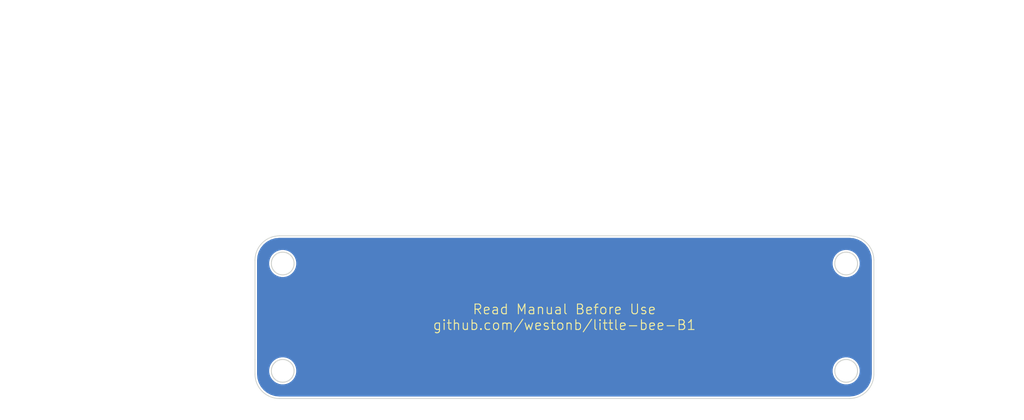
<source format=kicad_pcb>
(kicad_pcb (version 20171130) (host pcbnew 5.1.9-73d0e3b20d~88~ubuntu20.04.1)

  (general
    (thickness 1.6)
    (drawings 22)
    (tracks 168)
    (zones 0)
    (modules 0)
    (nets 1)
  )

  (page A4)
  (layers
    (0 F.Cu signal)
    (31 B.Cu signal)
    (32 B.Adhes user)
    (33 F.Adhes user)
    (34 B.Paste user)
    (35 F.Paste user)
    (36 B.SilkS user)
    (37 F.SilkS user)
    (38 B.Mask user)
    (39 F.Mask user)
    (40 Dwgs.User user)
    (41 Cmts.User user)
    (42 Eco1.User user)
    (43 Eco2.User user)
    (44 Edge.Cuts user)
    (45 Margin user)
    (46 B.CrtYd user)
    (47 F.CrtYd user)
    (48 B.Fab user)
    (49 F.Fab user)
  )

  (setup
    (last_trace_width 0.127)
    (user_trace_width 0.127)
    (user_trace_width 0.16)
    (user_trace_width 0.24)
    (user_trace_width 0.36)
    (trace_clearance 0.127)
    (zone_clearance 0.24)
    (zone_45_only no)
    (trace_min 0.127)
    (via_size 0.6)
    (via_drill 0.3)
    (via_min_size 0.6)
    (via_min_drill 0.3)
    (user_via 0.6 0.3)
    (user_via 0.8 0.4)
    (uvia_size 0.3)
    (uvia_drill 0.1)
    (uvias_allowed no)
    (uvia_min_size 0.2)
    (uvia_min_drill 0.1)
    (edge_width 0.15)
    (segment_width 0.2)
    (pcb_text_width 0.3)
    (pcb_text_size 1.5 1.5)
    (mod_edge_width 0.15)
    (mod_text_size 1 1)
    (mod_text_width 0.15)
    (pad_size 1.524 1.524)
    (pad_drill 0.762)
    (pad_to_mask_clearance 0.05)
    (solder_mask_min_width 0.099)
    (aux_axis_origin 0 0)
    (visible_elements FFFFFF3F)
    (pcbplotparams
      (layerselection 0x010f0_ffffffff)
      (usegerberextensions false)
      (usegerberattributes false)
      (usegerberadvancedattributes false)
      (creategerberjobfile false)
      (excludeedgelayer true)
      (linewidth 0.100000)
      (plotframeref false)
      (viasonmask false)
      (mode 1)
      (useauxorigin false)
      (hpglpennumber 1)
      (hpglpenspeed 20)
      (hpglpendiameter 15.000000)
      (psnegative false)
      (psa4output false)
      (plotreference false)
      (plotvalue false)
      (plotinvisibletext false)
      (padsonsilk false)
      (subtractmaskfromsilk false)
      (outputformat 1)
      (mirror false)
      (drillshape 0)
      (scaleselection 1)
      (outputdirectory "../gerbers/case-bottom-gerbers/"))
  )

  (net 0 "")

  (net_class Default "This is the default net class."
    (clearance 0.127)
    (trace_width 0.127)
    (via_dia 0.6)
    (via_drill 0.3)
    (uvia_dia 0.3)
    (uvia_drill 0.1)
  )

  (gr_line (start 220 103.75) (end 220 121.25) (layer Edge.Cuts) (width 0.127) (tstamp 6040809A))
  (gr_line (start 216.25 125) (end 128.75 125) (layer Edge.Cuts) (width 0.127) (tstamp 60408099))
  (gr_line (start 128.75 100) (end 216.25 100) (layer Edge.Cuts) (width 0.127) (tstamp 60408098))
  (gr_arc (start 216.25 103.75) (end 220 103.75) (angle -90) (layer Edge.Cuts) (width 0.127) (tstamp 60408097))
  (gr_arc (start 216.25 121.25) (end 216.25 125) (angle -90) (layer Edge.Cuts) (width 0.127) (tstamp 60408096))
  (gr_arc (start 128.75 103.75) (end 128.75 100) (angle -90) (layer Edge.Cuts) (width 0.127) (tstamp 60408095))
  (gr_arc (start 128.75 121.25) (end 125 121.25) (angle -90) (layer Edge.Cuts) (width 0.127) (tstamp 60408094))
  (gr_line (start 125 121.25) (end 125 119) (layer Edge.Cuts) (width 0.127) (tstamp 60408093))
  (gr_line (start 125 103.75) (end 125 119) (layer Edge.Cuts) (width 0.127) (tstamp 60408092))
  (gr_circle (center 129.25 120.75) (end 129.25 122.75) (layer F.Mask) (width 0.15) (tstamp 60408090))
  (gr_circle (center 129.25 104.25) (end 129.25 106.25) (layer F.Mask) (width 0.15) (tstamp 6040808F))
  (gr_circle (center 129.25 120.75) (end 129.25 122.5) (layer Edge.Cuts) (width 0.15) (tstamp 60408081))
  (gr_circle (center 215.75 104.25) (end 215.75 106) (layer Edge.Cuts) (width 0.15) (tstamp 60408080))
  (gr_circle (center 215.75 120.75) (end 215.75 122.5) (layer Edge.Cuts) (width 0.15) (tstamp 6040807F))
  (gr_circle (center 129.25 104.25) (end 129.25 106) (layer Edge.Cuts) (width 0.15) (tstamp 6040807E))
  (gr_circle (center 215.75 104.25) (end 218.25 104.25) (layer B.Mask) (width 1.5) (tstamp 6040807D))
  (gr_circle (center 215.75 120.75) (end 215.75 122.75) (layer F.Mask) (width 0.15) (tstamp 6040807C))
  (gr_circle (center 215.75 104.25) (end 215.75 106.25) (layer F.Mask) (width 0.15) (tstamp 6040807B))
  (gr_circle (center 215.75 120.75) (end 218.25 120.75) (layer B.Mask) (width 1.5) (tstamp 6040807A))
  (gr_circle (center 129.25 104.25) (end 131.75 104.25) (layer B.Mask) (width 1.5) (tstamp 60408079))
  (gr_circle (center 129.25 120.75) (end 131.75 120.75) (layer B.Mask) (width 1.5) (tstamp 60408078))
  (gr_text "Read Manual Before Use\ngithub.com/westonb/little-bee-B1\n" (at 172.5 112.5) (layer F.SilkS) (tstamp 604074CB)
    (effects (font (size 1.5 1.5) (thickness 0.15)))
  )

  (segment (start 162.27 114.55) (end 163.675893 114.55) (width 0.16) (layer In1.Cu) (net 0) (tstamp 5F2E3B9D))
  (segment (start 161.82 116.05) (end 162.17 115.7) (width 0.16) (layer In1.Cu) (net 0) (tstamp 5F2E3C1C))
  (segment (start 162.17 114.65) (end 162.27 114.55) (width 0.16) (layer In1.Cu) (net 0) (tstamp 5F2E3DF8))
  (segment (start 163.675893 114.55) (end 164.37 113.855893) (width 0.16) (layer In1.Cu) (net 0) (tstamp 5F2E3F0C))
  (segment (start 164.37 113.855893) (end 164.37 113.3) (width 0.16) (layer In1.Cu) (net 0) (tstamp 5F2E3F12))
  (segment (start 160.47 116.15) (end 161.97 117.65) (width 0.24) (layer In1.Cu) (net 0) (tstamp 5F2E3F6B))
  (segment (start 161.22 116.05) (end 161.82 116.05) (width 0.16) (layer In1.Cu) (net 0) (tstamp 5F2E400E))
  (segment (start 162.17 115.7) (end 162.17 114.65) (width 0.16) (layer In1.Cu) (net 0) (tstamp 5F2E40FF))
  (segment (start 160.70701 115.53701) (end 161.22 116.05) (width 0.16) (layer In1.Cu) (net 0) (tstamp 5F2E42E9))
  (segment (start 161.97 117.65) (end 164.67 117.65) (width 0.24) (layer In1.Cu) (net 0) (tstamp 5F2E434D))
  (segment (start 161.81798 118.01701) (end 164.28701 118.01701) (width 0.24) (layer In1.Cu) (net 0) (tstamp 5F2E3CF4))
  (segment (start 160.31798 116.51701) (end 161.81798 118.01701) (width 0.24) (layer In1.Cu) (net 0) (tstamp 5F2E4172))
  (segment (start 164.28701 118.01701) (end 164.52 118.25) (width 0.24) (layer In1.Cu) (net 0) (tstamp 5F2E424F))
  (segment (start 181.42 122.1) (end 181.462999 122.057001) (width 0.36) (layer In2.Cu) (net 0) (tstamp 5F2E3BA3))
  (segment (start 168.37 109.85) (end 168.37 113.65) (width 0.64) (layer In2.Cu) (net 0) (tstamp 5F2E3BA6))
  (segment (start 183.37 120.8) (end 185.22 120.8) (width 0.36) (layer In2.Cu) (net 0) (tstamp 5F2E3BAE))
  (segment (start 163.57 114.25) (end 161.27 114.25) (width 0.16) (layer In1.Cu) (net 0) (tstamp 5F2E3CEE))
  (segment (start 187.82 121.45) (end 191.87 121.45) (width 0.64) (layer In2.Cu) (net 0) (tstamp 5F2E3D1C))
  (segment (start 161.27 114.25) (end 160.84402 114.67598) (width 0.16) (layer In1.Cu) (net 0) (tstamp 5F2E3D25))
  (segment (start 176.917001 122.197001) (end 181.572999 122.197001) (width 0.64) (layer In2.Cu) (net 0) (tstamp 5F2E3DAB))
  (segment (start 181.42 122.35) (end 181.572999 122.197001) (width 0.64) (layer In2.Cu) (net 0) (tstamp 5F2E3DE1))
  (segment (start 163.77 113.25) (end 163.77 114.05) (width 0.16) (layer In1.Cu) (net 0) (tstamp 5F2E3DEF))
  (segment (start 165.27 111.05) (end 165.27 110.590438) (width 0.24) (layer In2.Cu) (net 0) (tstamp 5F2E3DF5))
  (segment (start 165.27 110.590438) (end 166.010438 109.85) (width 0.24) (layer In2.Cu) (net 0) (tstamp 5F2E3E17))
  (segment (start 183.37 120.8) (end 187.17 120.8) (width 0.64) (layer In2.Cu) (net 0) (tstamp 5F2E3E5A))
  (segment (start 175.52 120.8) (end 176.917001 122.197001) (width 0.64) (layer In2.Cu) (net 0) (tstamp 5F2E3E60))
  (segment (start 166.010438 109.85) (end 168.37 109.85) (width 0.24) (layer In2.Cu) (net 0) (tstamp 5F2E3E83))
  (segment (start 187.17 120.8) (end 187.82 121.45) (width 0.64) (layer In2.Cu) (net 0) (tstamp 5F2E3ECE))
  (segment (start 176.777001 122.057001) (end 181.462999 122.057001) (width 0.36) (layer In2.Cu) (net 0) (tstamp 5F2E408D))
  (segment (start 181.42 123.45) (end 181.42 122.35) (width 0.64) (layer In2.Cu) (net 0) (tstamp 5F2E40E3))
  (segment (start 163.77 114.05) (end 163.57 114.25) (width 0.16) (layer In1.Cu) (net 0) (tstamp 5F2E4139))
  (segment (start 181.572999 122.197001) (end 181.972999 122.197001) (width 0.64) (layer In2.Cu) (net 0) (tstamp 5F2E414F))
  (segment (start 175.52 120.8) (end 176.777001 122.057001) (width 0.36) (layer In2.Cu) (net 0) (tstamp 5F2E4176))
  (segment (start 168.37 113.65) (end 175.52 120.8) (width 0.64) (layer In2.Cu) (net 0) (tstamp 5F2E41D6))
  (segment (start 181.462999 122.057001) (end 182.112999 122.057001) (width 0.36) (layer In2.Cu) (net 0) (tstamp 5F2E424E))
  (segment (start 181.972999 122.197001) (end 183.37 120.8) (width 0.64) (layer In2.Cu) (net 0) (tstamp 5F2E42E8))
  (segment (start 182.112999 122.057001) (end 183.37 120.8) (width 0.36) (layer In2.Cu) (net 0) (tstamp 5F2E431A))
  (segment (start 161.47 114.75) (end 161.25701 114.96299) (width 0.16) (layer In1.Cu) (net 0) (tstamp 5F2E3F26))
  (segment (start 161.17 115.25) (end 161.47 115.55) (width 0.16) (layer In1.Cu) (net 0) (tstamp 5F2E3CC8))
  (segment (start 159.02 115.25) (end 161.17 115.25) (width 0.16) (layer In1.Cu) (net 0) (tstamp 5F2E40A1))
  (segment (start 123.95 111.85) (end 125.355893 111.85) (width 0.16) (layer In1.Cu) (net 0) (tstamp 5F2E3B9D))
  (segment (start 123.5 113.35) (end 123.85 113) (width 0.16) (layer In1.Cu) (net 0) (tstamp 5F2E3C1C))
  (segment (start 123.85 111.95) (end 123.95 111.85) (width 0.16) (layer In1.Cu) (net 0) (tstamp 5F2E3DF8))
  (segment (start 125.355893 111.85) (end 126.05 111.155893) (width 0.16) (layer In1.Cu) (net 0) (tstamp 5F2E3F0C))
  (segment (start 126.05 111.155893) (end 126.05 110.6) (width 0.16) (layer In1.Cu) (net 0) (tstamp 5F2E3F12))
  (segment (start 122.15 113.45) (end 123.65 114.95) (width 0.24) (layer In1.Cu) (net 0) (tstamp 5F2E3F6B))
  (segment (start 122.9 113.35) (end 123.5 113.35) (width 0.16) (layer In1.Cu) (net 0) (tstamp 5F2E400E))
  (segment (start 123.85 113) (end 123.85 111.95) (width 0.16) (layer In1.Cu) (net 0) (tstamp 5F2E40FF))
  (segment (start 122.38701 112.83701) (end 122.9 113.35) (width 0.16) (layer In1.Cu) (net 0) (tstamp 5F2E42E9))
  (segment (start 123.65 114.95) (end 126.35 114.95) (width 0.24) (layer In1.Cu) (net 0) (tstamp 5F2E434D))
  (segment (start 123.49798 115.31701) (end 125.96701 115.31701) (width 0.24) (layer In1.Cu) (net 0) (tstamp 5F2E3CF4))
  (segment (start 121.99798 113.81701) (end 123.49798 115.31701) (width 0.24) (layer In1.Cu) (net 0) (tstamp 5F2E4172))
  (segment (start 125.96701 115.31701) (end 126.2 115.55) (width 0.24) (layer In1.Cu) (net 0) (tstamp 5F2E424F))
  (segment (start 143.1 119.4) (end 143.142999 119.357001) (width 0.36) (layer In2.Cu) (net 0) (tstamp 5F2E3BA3))
  (segment (start 130.05 107.15) (end 130.05 110.95) (width 0.64) (layer In2.Cu) (net 0) (tstamp 5F2E3BA6))
  (segment (start 145.05 118.1) (end 146.9 118.1) (width 0.36) (layer In2.Cu) (net 0) (tstamp 5F2E3BAE))
  (segment (start 125.25 111.55) (end 122.95 111.55) (width 0.16) (layer In1.Cu) (net 0) (tstamp 5F2E3CEE))
  (segment (start 149.5 118.75) (end 153.55 118.75) (width 0.64) (layer In2.Cu) (net 0) (tstamp 5F2E3D1C))
  (segment (start 122.95 111.55) (end 122.52402 111.97598) (width 0.16) (layer In1.Cu) (net 0) (tstamp 5F2E3D25))
  (segment (start 138.597001 119.497001) (end 143.252999 119.497001) (width 0.64) (layer In2.Cu) (net 0) (tstamp 5F2E3DAB))
  (segment (start 143.1 119.65) (end 143.252999 119.497001) (width 0.64) (layer In2.Cu) (net 0) (tstamp 5F2E3DE1))
  (segment (start 125.45 110.55) (end 125.45 111.35) (width 0.16) (layer In1.Cu) (net 0) (tstamp 5F2E3DEF))
  (segment (start 126.95 108.35) (end 126.95 107.890438) (width 0.24) (layer In2.Cu) (net 0) (tstamp 5F2E3DF5))
  (segment (start 126.95 107.890438) (end 127.690438 107.15) (width 0.24) (layer In2.Cu) (net 0) (tstamp 5F2E3E17))
  (segment (start 145.05 118.1) (end 148.85 118.1) (width 0.64) (layer In2.Cu) (net 0) (tstamp 5F2E3E5A))
  (segment (start 137.2 118.1) (end 138.597001 119.497001) (width 0.64) (layer In2.Cu) (net 0) (tstamp 5F2E3E60))
  (segment (start 127.690438 107.15) (end 130.05 107.15) (width 0.24) (layer In2.Cu) (net 0) (tstamp 5F2E3E83))
  (segment (start 148.85 118.1) (end 149.5 118.75) (width 0.64) (layer In2.Cu) (net 0) (tstamp 5F2E3ECE))
  (segment (start 138.457001 119.357001) (end 143.142999 119.357001) (width 0.36) (layer In2.Cu) (net 0) (tstamp 5F2E408D))
  (segment (start 143.1 120.75) (end 143.1 119.65) (width 0.64) (layer In2.Cu) (net 0) (tstamp 5F2E40E3))
  (segment (start 125.45 111.35) (end 125.25 111.55) (width 0.16) (layer In1.Cu) (net 0) (tstamp 5F2E4139))
  (segment (start 143.252999 119.497001) (end 143.652999 119.497001) (width 0.64) (layer In2.Cu) (net 0) (tstamp 5F2E414F))
  (segment (start 137.2 118.1) (end 138.457001 119.357001) (width 0.36) (layer In2.Cu) (net 0) (tstamp 5F2E4176))
  (segment (start 130.05 110.95) (end 137.2 118.1) (width 0.64) (layer In2.Cu) (net 0) (tstamp 5F2E41D6))
  (segment (start 143.142999 119.357001) (end 143.792999 119.357001) (width 0.36) (layer In2.Cu) (net 0) (tstamp 5F2E424E))
  (segment (start 143.652999 119.497001) (end 145.05 118.1) (width 0.64) (layer In2.Cu) (net 0) (tstamp 5F2E42E8))
  (segment (start 143.792999 119.357001) (end 145.05 118.1) (width 0.36) (layer In2.Cu) (net 0) (tstamp 5F2E431A))
  (segment (start 123.15 112.05) (end 122.93701 112.26299) (width 0.16) (layer In1.Cu) (net 0) (tstamp 5F2E3F26))
  (segment (start 122.85 112.55) (end 123.15 112.85) (width 0.16) (layer In1.Cu) (net 0) (tstamp 5F2E3CC8))
  (segment (start 120.7 112.55) (end 122.85 112.55) (width 0.16) (layer In1.Cu) (net 0) (tstamp 5F2E40A1))
  (segment (start 86.842956 77.752626) (end 87.297374 77.752626) (width 0.24) (layer In1.Cu) (net 0) (tstamp 5F437D6F))
  (segment (start 87.297374 77.752626) (end 87.6 77.45) (width 0.24) (layer In1.Cu) (net 0) (tstamp 5F437D70))
  (segment (start 87.6 77.45) (end 87.75 77.3) (width 0.24) (layer In1.Cu) (net 0) (tstamp 5F437D71))
  (segment (start 87.75 77.3) (end 91.15 77.3) (width 0.24) (layer In1.Cu) (net 0) (tstamp 5F437D72))
  (segment (start 122.240438 77.3) (end 125.740438 80.8) (width 0.24) (layer In1.Cu) (net 0) (tstamp 5F437D73))
  (segment (start 91.15 77.3) (end 122.240438 77.3) (width 0.24) (layer In1.Cu) (net 0) (tstamp 5F437D74))
  (segment (start 125.740438 80.8) (end 126.590438 81.65) (width 0.24) (layer In1.Cu) (net 0) (tstamp 5F437D76))
  (segment (start 126.590438 81.65) (end 127.05 81.65) (width 0.24) (layer In1.Cu) (net 0) (tstamp 5F437D77))
  (segment (start 153.15 81.5) (end 151.6 81.5) (width 0.24) (layer In2.Cu) (net 0) (tstamp 5F437D83))
  (segment (start 87.6 74.5) (end 88.6 74.5) (width 0.16) (layer In1.Cu) (net 0) (tstamp 5F437DD7))
  (segment (start 88.6 78.5) (end 87.85 78.5) (width 0.16) (layer In1.Cu) (net 0) (tstamp 5F437DD8))
  (segment (start 86.614475 78.228627) (end 87.071437 78.228627) (width 0.24) (layer In1.Cu) (net 0) (tstamp 5F437E25))
  (segment (start 86.45 78.186) (end 86.571848 78.186) (width 0.24) (layer In1.Cu) (net 0) (tstamp 5F437E26))
  (segment (start 86.571848 78.186) (end 86.614475 78.228627) (width 0.24) (layer In1.Cu) (net 0) (tstamp 5F437E27))
  (segment (start 87.071437 78.228627) (end 87.471373 78.228627) (width 0.24) (layer In1.Cu) (net 0) (tstamp 5F437E29))
  (segment (start 87.471373 78.228627) (end 88 77.7) (width 0.24) (layer In1.Cu) (net 0) (tstamp 5F437E2A))
  (segment (start 88 77.7) (end 122.05 77.7) (width 0.24) (layer In1.Cu) (net 0) (tstamp 5F437E2B))
  (segment (start 122.05 77.7) (end 126.8 82.45) (width 0.24) (layer In1.Cu) (net 0) (tstamp 5F437E2D))
  (segment (start 126.8 82.45) (end 127.4 82.45) (width 0.24) (layer In1.Cu) (net 0) (tstamp 5F437E2E))
  (segment (start 142.3 81.15) (end 144.9 81.15) (width 0.36) (layer In2.Cu) (net 0) (tstamp 5F437D3A))
  (segment (start 137.35 81.2) (end 137.4 81.15) (width 0.36) (layer In2.Cu) (net 0) (tstamp 5F437D3B))
  (segment (start 137.35 82.1) (end 137.35 81.2) (width 0.36) (layer In2.Cu) (net 0) (tstamp 5F437D3C))
  (segment (start 134.55 81.15) (end 137.4 81.15) (width 0.36) (layer In2.Cu) (net 0) (tstamp 5F437D3D))
  (segment (start 137.4 81.15) (end 142.3 81.15) (width 0.36) (layer In2.Cu) (net 0) (tstamp 5F437D3E))
  (segment (start 142.3 84.35) (end 142.3 81.15) (width 0.36) (layer In2.Cu) (net 0) (tstamp 5F437D3F))
  (segment (start 142.7 84.75) (end 142.3 84.35) (width 0.36) (layer In2.Cu) (net 0) (tstamp 5F437D40))
  (segment (start 130.15 71.15) (end 130.15 76.75) (width 0.36) (layer In2.Cu) (net 0) (tstamp 5F437EAE))
  (segment (start 130.15 76.75) (end 134.55 81.15) (width 0.36) (layer In2.Cu) (net 0) (tstamp 5F437EAF))
  (segment (start 146.765638 81.15) (end 148.115638 82.5) (width 0.36) (layer In2.Cu) (net 0) (tstamp 5F437EB0))
  (segment (start 152.15 82.5) (end 153.15 83.5) (width 0.36) (layer In2.Cu) (net 0) (tstamp 5F437EB1))
  (segment (start 148.115638 82.5) (end 152.15 82.5) (width 0.36) (layer In2.Cu) (net 0) (tstamp 5F437EB2))
  (segment (start 144.9 82.15) (end 144.9 81.15) (width 0.36) (layer In2.Cu) (net 0) (tstamp 5F437EB3))
  (segment (start 144.9 81.15) (end 146.765638 81.15) (width 0.36) (layer In2.Cu) (net 0) (tstamp 5F438170))
  (segment (start 86.648319 76.26299) (end 86.507783 76.122454) (width 0.16) (layer In1.Cu) (net 0) (tstamp 5F437EF5))
  (segment (start 123.2 76) (end 122.93701 76.26299) (width 0.16) (layer In1.Cu) (net 0) (tstamp 5F437EF6))
  (segment (start 122.93701 76.26299) (end 86.648319 76.26299) (width 0.16) (layer In1.Cu) (net 0) (tstamp 5F437EF7))
  (segment (start 86.472149 76.706369) (end 86.478518 76.7) (width 0.16) (layer In1.Cu) (net 0) (tstamp 5F437EFB))
  (segment (start 86.472149 76.706369) (end 86.493631 76.706369) (width 0.16) (layer In1.Cu) (net 0) (tstamp 5F437EFC))
  (segment (start 86.493631 76.706369) (end 86.65 76.55) (width 0.16) (layer In1.Cu) (net 0) (tstamp 5F437EFD))
  (segment (start 86.65 76.55) (end 87.1 76.55) (width 0.16) (layer In1.Cu) (net 0) (tstamp 5F437EFE))
  (segment (start 88.118883 76.55) (end 87.85 76.55) (width 0.16) (layer In1.Cu) (net 0) (tstamp 5F437F03))
  (segment (start 123 76.55) (end 88.118883 76.55) (width 0.16) (layer In1.Cu) (net 0) (tstamp 5F437F04))
  (segment (start 123.2 76.75) (end 123 76.55) (width 0.16) (layer In1.Cu) (net 0) (tstamp 5F437F05))
  (segment (start 87.1 76.55) (end 87.85 76.55) (width 0.16) (layer In1.Cu) (net 0) (tstamp 5F437F06))
  (segment (start 87.85 76.55) (end 88.3 76.55) (width 0.16) (layer In1.Cu) (net 0) (tstamp 5F437F07))
  (segment (start 124.2 74.25) (end 124.5 74.25) (width 0.16) (layer In1.Cu) (net 0) (tstamp 5F4380AC))
  (segment (start 122.47402 75.97598) (end 124.2 74.25) (width 0.16) (layer In1.Cu) (net 0) (tstamp 5F4380AD))
  (segment (start 86.550808 75.539036) (end 86.987752 75.97598) (width 0.16) (layer In1.Cu) (net 0) (tstamp 5F4380AE))
  (segment (start 86.987752 75.97598) (end 122.47402 75.97598) (width 0.16) (layer In1.Cu) (net 0) (tstamp 5F4380AF))
  (segment (start 86.445927 77.290783) (end 86.533017 77.290783) (width 0.16) (layer In1.Cu) (net 0) (tstamp 5F4380B3))
  (segment (start 124.449638 78.75) (end 124.5 78.75) (width 0.16) (layer In1.Cu) (net 0) (tstamp 5F4380B7))
  (segment (start 86.95 76.85) (end 122.549638 76.85) (width 0.16) (layer In1.Cu) (net 0) (tstamp 5F4380B8))
  (segment (start 122.549638 76.85) (end 124.449638 78.75) (width 0.16) (layer In1.Cu) (net 0) (tstamp 5F4380B9))
  (segment (start 86.509217 77.290783) (end 86.95 76.85) (width 0.16) (layer In1.Cu) (net 0) (tstamp 5F4380BA))
  (segment (start 86.445927 77.290783) (end 86.509217 77.290783) (width 0.16) (layer In1.Cu) (net 0) (tstamp 5F4380BB))
  (segment (start 90.140438 101.5) (end 93.640438 105) (width 0.24) (layer In1.Cu) (net 0) (tstamp 5F856426))
  (segment (start 93.640438 105) (end 94.490438 105.85) (width 0.24) (layer In1.Cu) (net 0) (tstamp 5F856428))
  (segment (start 94.490438 105.85) (end 94.95 105.85) (width 0.24) (layer In1.Cu) (net 0) (tstamp 5F856429))
  (segment (start 121.05 105.7) (end 119.5 105.7) (width 0.24) (layer In2.Cu) (net 0) (tstamp 5F856434))
  (segment (start 119.1 98.95) (end 118 98.95) (width 0.16) (layer In1.Cu) (net 0) (tstamp 5F856A13))
  (segment (start 89.95 101.9) (end 94.7 106.65) (width 0.24) (layer In1.Cu) (net 0) (tstamp 5F856A44))
  (segment (start 94.7 106.65) (end 95.3 106.65) (width 0.24) (layer In1.Cu) (net 0) (tstamp 5F856A45))
  (segment (start 98.05 95.35) (end 98.05 100.95) (width 0.36) (layer In2.Cu) (net 0) (tstamp 5F856589))
  (segment (start 98.05 100.95) (end 102.45 105.35) (width 0.36) (layer In2.Cu) (net 0) (tstamp 5F85658A))
  (segment (start 114.665638 105.35) (end 116.015638 106.7) (width 0.36) (layer In2.Cu) (net 0) (tstamp 5F85658B))
  (segment (start 120.05 106.7) (end 121.05 107.7) (width 0.36) (layer In2.Cu) (net 0) (tstamp 5F85658C))
  (segment (start 116.015638 106.7) (end 120.05 106.7) (width 0.36) (layer In2.Cu) (net 0) (tstamp 5F85658D))
  (segment (start 112.8 106.35) (end 112.8 105.35) (width 0.36) (layer In2.Cu) (net 0) (tstamp 5F85658E))
  (segment (start 112.8 105.35) (end 114.665638 105.35) (width 0.36) (layer In2.Cu) (net 0) (tstamp 5F85658F))
  (segment (start 110.2 105.35) (end 112.8 105.35) (width 0.36) (layer In2.Cu) (net 0) (tstamp 5F856590))
  (segment (start 105.25 105.4) (end 105.3 105.35) (width 0.36) (layer In2.Cu) (net 0) (tstamp 5F856591))
  (segment (start 105.25 106.3) (end 105.25 105.4) (width 0.36) (layer In2.Cu) (net 0) (tstamp 5F856592))
  (segment (start 102.45 105.35) (end 105.3 105.35) (width 0.36) (layer In2.Cu) (net 0) (tstamp 5F856593))
  (segment (start 105.3 105.35) (end 110.2 105.35) (width 0.36) (layer In2.Cu) (net 0) (tstamp 5F856594))
  (segment (start 110.2 108.55) (end 110.2 105.35) (width 0.36) (layer In2.Cu) (net 0) (tstamp 5F856595))
  (segment (start 110.6 108.95) (end 110.2 108.55) (width 0.36) (layer In2.Cu) (net 0) (tstamp 5F856596))
  (segment (start 91.1 100.2) (end 90.83701 100.46299) (width 0.16) (layer In1.Cu) (net 0) (tstamp 5F856C4B))
  (segment (start 91.1 100.95) (end 90.9 100.75) (width 0.16) (layer In1.Cu) (net 0) (tstamp 5F8566FE))
  (segment (start 117.65 111.15) (end 170.6 111.15) (width 0.24) (layer In2.Cu) (net 0) (tstamp 5F856903))
  (segment (start 170.6 111.15) (end 173.4 108.35) (width 0.24) (layer In2.Cu) (net 0) (tstamp 5F856904))
  (segment (start 173.4 108.35) (end 173.4 102.5) (width 0.24) (layer In2.Cu) (net 0) (tstamp 5F856905))
  (segment (start 175.2 100.7) (end 178 100.7) (width 0.24) (layer In2.Cu) (net 0) (tstamp 5F856906))
  (segment (start 173.4 102.5) (end 175.2 100.7) (width 0.24) (layer In2.Cu) (net 0) (tstamp 5F856907))
  (segment (start 117.65 111.15) (end 115.8 111.15) (width 0.24) (layer In2.Cu) (net 0) (tstamp 5F856909))
  (segment (start 92.1 98.45) (end 92.4 98.45) (width 0.16) (layer In1.Cu) (net 0) (tstamp 5F856750))
  (segment (start 90.37402 100.17598) (end 92.1 98.45) (width 0.16) (layer In1.Cu) (net 0) (tstamp 5F856751))
  (segment (start 92.349638 102.95) (end 92.4 102.95) (width 0.16) (layer In1.Cu) (net 0) (tstamp 5F856755))
  (segment (start 90.449638 101.05) (end 92.349638 102.95) (width 0.16) (layer In1.Cu) (net 0) (tstamp 5F856756))

  (zone (net 0) (net_name "") (layer In1.Cu) (tstamp 5FD2F373) (hatch edge 0.508)
    (connect_pads yes (clearance 0.2))
    (min_thickness 0.2)
    (fill yes (arc_segments 32) (thermal_gap 0.508) (thermal_bridge_width 0.508))
    (polygon
      (pts
        (xy 242.57 120.45) (xy 239.32 123.7) (xy 190.32 123.7) (xy 190.32 102.7) (xy 242.57 102.7)
      )
    )
    (filled_polygon
      (pts
        (xy 214.091893 102.889226) (xy 213.858279 103.238854) (xy 213.697363 103.627339) (xy 213.615329 104.039753) (xy 213.615329 104.460247)
        (xy 213.697363 104.872661) (xy 213.858279 105.261146) (xy 214.091893 105.610774) (xy 214.389226 105.908107) (xy 214.738854 106.141721)
        (xy 215.127339 106.302637) (xy 215.539753 106.384671) (xy 215.960247 106.384671) (xy 216.372661 106.302637) (xy 216.761146 106.141721)
        (xy 217.110774 105.908107) (xy 217.408107 105.610774) (xy 217.641721 105.261146) (xy 217.802637 104.872661) (xy 217.884671 104.460247)
        (xy 217.884671 104.039753) (xy 217.802637 103.627339) (xy 217.641721 103.238854) (xy 217.408107 102.889226) (xy 217.318881 102.8)
        (xy 219.48223 102.8) (xy 219.565623 103.069399) (xy 219.636475 103.743501) (xy 219.6365 103.750688) (xy 219.636501 121.232214)
        (xy 219.570295 121.907434) (xy 219.379364 122.53983) (xy 219.069237 123.123094) (xy 218.680282 123.6) (xy 190.42 123.6)
        (xy 190.42 120.539753) (xy 213.615329 120.539753) (xy 213.615329 120.960247) (xy 213.697363 121.372661) (xy 213.858279 121.761146)
        (xy 214.091893 122.110774) (xy 214.389226 122.408107) (xy 214.738854 122.641721) (xy 215.127339 122.802637) (xy 215.539753 122.884671)
        (xy 215.960247 122.884671) (xy 216.372661 122.802637) (xy 216.761146 122.641721) (xy 217.110774 122.408107) (xy 217.408107 122.110774)
        (xy 217.641721 121.761146) (xy 217.802637 121.372661) (xy 217.884671 120.960247) (xy 217.884671 120.539753) (xy 217.802637 120.127339)
        (xy 217.641721 119.738854) (xy 217.408107 119.389226) (xy 217.110774 119.091893) (xy 216.761146 118.858279) (xy 216.372661 118.697363)
        (xy 215.960247 118.615329) (xy 215.539753 118.615329) (xy 215.127339 118.697363) (xy 214.738854 118.858279) (xy 214.389226 119.091893)
        (xy 214.091893 119.389226) (xy 213.858279 119.738854) (xy 213.697363 120.127339) (xy 213.615329 120.539753) (xy 190.42 120.539753)
        (xy 190.42 102.8) (xy 214.181119 102.8)
      )
    )
  )
  (zone (net 0) (net_name "") (layer In2.Cu) (tstamp 5FD2F370) (hatch edge 0.508)
    (priority 2)
    (connect_pads yes (clearance 0.2))
    (min_thickness 0.2)
    (fill yes (arc_segments 32) (thermal_gap 0.508) (thermal_bridge_width 0.508))
    (polygon
      (pts
        (xy 242.57 120.45) (xy 240.32 122.7) (xy 191.32 122.7) (xy 191.32 102.7) (xy 242.57 102.7)
      )
    )
    (filled_polygon
      (pts
        (xy 214.091893 102.889226) (xy 213.858279 103.238854) (xy 213.697363 103.627339) (xy 213.615329 104.039753) (xy 213.615329 104.460247)
        (xy 213.697363 104.872661) (xy 213.858279 105.261146) (xy 214.091893 105.610774) (xy 214.389226 105.908107) (xy 214.738854 106.141721)
        (xy 215.127339 106.302637) (xy 215.539753 106.384671) (xy 215.960247 106.384671) (xy 216.372661 106.302637) (xy 216.761146 106.141721)
        (xy 217.110774 105.908107) (xy 217.408107 105.610774) (xy 217.641721 105.261146) (xy 217.802637 104.872661) (xy 217.884671 104.460247)
        (xy 217.884671 104.039753) (xy 217.802637 103.627339) (xy 217.641721 103.238854) (xy 217.408107 102.889226) (xy 217.318881 102.8)
        (xy 219.48223 102.8) (xy 219.565623 103.069399) (xy 219.636475 103.743501) (xy 219.6365 103.750688) (xy 219.636501 121.232214)
        (xy 219.570295 121.907434) (xy 219.379364 122.53983) (xy 219.347371 122.6) (xy 216.823586 122.6) (xy 217.110774 122.408107)
        (xy 217.408107 122.110774) (xy 217.641721 121.761146) (xy 217.802637 121.372661) (xy 217.884671 120.960247) (xy 217.884671 120.539753)
        (xy 217.802637 120.127339) (xy 217.641721 119.738854) (xy 217.408107 119.389226) (xy 217.110774 119.091893) (xy 216.761146 118.858279)
        (xy 216.372661 118.697363) (xy 215.960247 118.615329) (xy 215.539753 118.615329) (xy 215.127339 118.697363) (xy 214.738854 118.858279)
        (xy 214.389226 119.091893) (xy 214.091893 119.389226) (xy 213.858279 119.738854) (xy 213.697363 120.127339) (xy 213.615329 120.539753)
        (xy 213.615329 120.960247) (xy 213.697363 121.372661) (xy 213.858279 121.761146) (xy 214.091893 122.110774) (xy 214.389226 122.408107)
        (xy 214.676414 122.6) (xy 191.42 122.6) (xy 191.42 122.07) (xy 191.900449 122.07) (xy 191.991541 122.061028)
        (xy 192.108411 122.025576) (xy 192.21612 121.968005) (xy 192.310527 121.890527) (xy 192.388005 121.79612) (xy 192.445576 121.688411)
        (xy 192.481028 121.571541) (xy 192.492999 121.45) (xy 192.481028 121.328459) (xy 192.445576 121.211589) (xy 192.388005 121.10388)
        (xy 192.310527 121.009473) (xy 192.21612 120.931995) (xy 192.108411 120.874424) (xy 191.991541 120.838972) (xy 191.900449 120.83)
        (xy 191.42 120.83) (xy 191.42 102.8) (xy 214.181119 102.8)
      )
    )
  )
  (zone (net 0) (net_name "") (layer In2.Cu) (tstamp 5FD2F36D) (hatch edge 0.508)
    (priority 1)
    (connect_pads yes (clearance 0.2))
    (min_thickness 0.2)
    (fill yes (arc_segments 32) (thermal_gap 0.508) (thermal_bridge_width 0.508))
    (polygon
      (pts
        (xy 243.07 127.7) (xy 164.07 127.7) (xy 164.07 102.7) (xy 243.07 102.7)
      )
    )
    (filled_polygon
      (pts
        (xy 175.103124 121.259936) (xy 175.103129 121.25994) (xy 176.457063 122.613876) (xy 176.476474 122.637528) (xy 176.570881 122.715006)
        (xy 176.67859 122.772577) (xy 176.768992 122.8) (xy 176.79546 122.808029) (xy 176.917001 122.82) (xy 176.94745 122.817001)
        (xy 180.800001 122.817001) (xy 180.8 123.480448) (xy 180.808972 123.57154) (xy 180.844424 123.68841) (xy 180.901995 123.796119)
        (xy 180.979473 123.890527) (xy 181.07388 123.968005) (xy 181.181589 124.025576) (xy 181.298459 124.061028) (xy 181.42 124.072999)
        (xy 181.54154 124.061028) (xy 181.65841 124.025576) (xy 181.766119 123.968005) (xy 181.860527 123.890527) (xy 181.938005 123.79612)
        (xy 181.995576 123.688411) (xy 182.031028 123.571541) (xy 182.04 123.480449) (xy 182.04 122.813401) (xy 182.09454 122.808029)
        (xy 182.112315 122.802637) (xy 182.21141 122.772577) (xy 182.319119 122.715006) (xy 182.413526 122.637528) (xy 182.432944 122.613867)
        (xy 183.626813 121.42) (xy 186.913188 121.42) (xy 187.360063 121.866876) (xy 187.379473 121.890527) (xy 187.47388 121.968005)
        (xy 187.581589 122.025576) (xy 187.685184 122.057001) (xy 187.698459 122.061028) (xy 187.82 122.072999) (xy 187.850449 122.07)
        (xy 191.22 122.07) (xy 191.22 122.7) (xy 191.221921 122.719509) (xy 191.227612 122.738268) (xy 191.236853 122.755557)
        (xy 191.249289 122.770711) (xy 191.264443 122.783147) (xy 191.281732 122.792388) (xy 191.300491 122.798079) (xy 191.32 122.8)
        (xy 215.120973 122.8) (xy 215.127339 122.802637) (xy 215.539753 122.884671) (xy 215.960247 122.884671) (xy 216.372661 122.802637)
        (xy 216.379027 122.8) (xy 219.241029 122.8) (xy 219.069237 123.123094) (xy 218.651724 123.635016) (xy 218.142731 124.056092)
        (xy 217.561649 124.370281) (xy 216.9306 124.565623) (xy 216.256499 124.636475) (xy 216.249312 124.6365) (xy 164.17 124.6365)
        (xy 164.17 120.1) (xy 173.943188 120.1)
      )
    )
    (filled_polygon
      (pts
        (xy 191.22 120.83) (xy 188.076812 120.83) (xy 187.629945 120.383134) (xy 187.610527 120.359473) (xy 187.51612 120.281995)
        (xy 187.408411 120.224424) (xy 187.291541 120.188972) (xy 187.200449 120.18) (xy 187.17 120.177001) (xy 187.139551 120.18)
        (xy 183.400449 120.18) (xy 183.37 120.177001) (xy 183.339551 120.18) (xy 183.248459 120.188972) (xy 183.131589 120.224424)
        (xy 183.02388 120.281995) (xy 182.929473 120.359473) (xy 182.910063 120.383124) (xy 181.716188 121.577001) (xy 181.603447 121.577001)
        (xy 181.572998 121.574002) (xy 181.542549 121.577001) (xy 181.486566 121.577001) (xy 181.462999 121.57468) (xy 181.439432 121.577001)
        (xy 177.173814 121.577001) (xy 175.97994 120.383129) (xy 175.979936 120.383124) (xy 175.696812 120.1) (xy 191.22 120.1)
      )
    )
  )
  (zone (net 0) (net_name "") (layer In1.Cu) (tstamp 5FD2F36A) (hatch edge 0.508)
    (connect_pads yes (clearance 0.2))
    (min_thickness 0.2)
    (fill yes (arc_segments 32) (thermal_gap 0.508) (thermal_bridge_width 0.508))
    (polygon
      (pts
        (xy 204.25 117.75) (xy 201 121) (xy 152 121) (xy 152 100) (xy 204.25 100)
      )
    )
    (filled_polygon
      (pts
        (xy 204.15 117.708578) (xy 200.958578 120.9) (xy 152.1 120.9) (xy 152.1 115.25) (xy 158.638162 115.25)
        (xy 158.645499 115.324493) (xy 158.667228 115.396123) (xy 158.702513 115.462138) (xy 158.75 115.52) (xy 158.807862 115.567487)
        (xy 158.873877 115.602772) (xy 158.945507 115.624501) (xy 159.001339 115.63) (xy 160.33812 115.63) (xy 160.354238 115.683132)
        (xy 160.383254 115.737416) (xy 160.308496 115.760093) (xy 160.235532 115.799094) (xy 160.171579 115.851579) (xy 160.119094 115.915532)
        (xy 160.080093 115.988496) (xy 160.056078 116.067666) (xy 160.047968 116.15) (xy 160.052094 116.191888) (xy 160.019559 116.218589)
        (xy 159.967074 116.282542) (xy 159.928073 116.355506) (xy 159.904058 116.434676) (xy 159.895948 116.51701) (xy 159.904058 116.599344)
        (xy 159.928073 116.678514) (xy 159.967074 116.751478) (xy 160.006407 116.799405) (xy 161.506405 118.299405) (xy 161.519558 118.315432)
        (xy 161.535583 118.328583) (xy 161.58351 118.367916) (xy 161.583512 118.367917) (xy 161.656475 118.406917) (xy 161.735646 118.430933)
        (xy 161.797348 118.43701) (xy 161.79735 118.43701) (xy 161.817979 118.439042) (xy 161.838608 118.43701) (xy 164.113041 118.43701)
        (xy 164.237605 118.561574) (xy 164.285532 118.600906) (xy 164.358495 118.639907) (xy 164.437665 118.663922) (xy 164.52 118.672032)
        (xy 164.602335 118.663922) (xy 164.681504 118.639907) (xy 164.754469 118.600906) (xy 164.818421 118.548421) (xy 164.870906 118.484469)
        (xy 164.909907 118.411504) (xy 164.933922 118.332335) (xy 164.942032 118.25) (xy 164.933922 118.167665) (xy 164.909907 118.088495)
        (xy 164.872284 118.01811) (xy 164.904468 118.000907) (xy 164.968422 117.948422) (xy 165.020907 117.884468) (xy 165.059907 117.811505)
        (xy 165.083923 117.732334) (xy 165.092032 117.65) (xy 165.083923 117.567666) (xy 165.059907 117.488495) (xy 165.020907 117.415532)
        (xy 164.968422 117.351578) (xy 164.904468 117.299093) (xy 164.831505 117.260093) (xy 164.752334 117.236077) (xy 164.690632 117.23)
        (xy 162.14397 117.23) (xy 161.343969 116.43) (xy 161.801347 116.43) (xy 161.82 116.431837) (xy 161.838653 116.43)
        (xy 161.838661 116.43) (xy 161.894493 116.424501) (xy 161.966123 116.402772) (xy 162.032138 116.367487) (xy 162.09 116.32)
        (xy 162.1019 116.3055) (xy 162.425511 115.981891) (xy 162.44 115.97) (xy 162.451891 115.955511) (xy 162.451896 115.955506)
        (xy 162.47132 115.931837) (xy 162.487487 115.912138) (xy 162.522772 115.846123) (xy 162.544501 115.774493) (xy 162.55 115.718661)
        (xy 162.55 115.718654) (xy 162.551837 115.7) (xy 162.55 115.681346) (xy 162.55 114.93) (xy 163.65724 114.93)
        (xy 163.675893 114.931837) (xy 163.694546 114.93) (xy 163.694554 114.93) (xy 163.750386 114.924501) (xy 163.822016 114.902772)
        (xy 163.888031 114.867487) (xy 163.945893 114.82) (xy 163.957793 114.8055) (xy 164.625506 114.137788) (xy 164.64 114.125893)
        (xy 164.687487 114.068031) (xy 164.722772 114.002016) (xy 164.744501 113.930386) (xy 164.75 113.874554) (xy 164.75 113.874547)
        (xy 164.751837 113.855893) (xy 164.75 113.837239) (xy 164.75 113.281339) (xy 164.744501 113.225507) (xy 164.722772 113.153877)
        (xy 164.687487 113.087862) (xy 164.64 113.03) (xy 164.582138 112.982513) (xy 164.516123 112.947228) (xy 164.444493 112.925499)
        (xy 164.37 112.918162) (xy 164.295508 112.925499) (xy 164.223878 112.947228) (xy 164.157863 112.982513) (xy 164.100001 113.03)
        (xy 164.089878 113.042335) (xy 164.087487 113.037862) (xy 164.04 112.98) (xy 163.982137 112.932513) (xy 163.916122 112.897228)
        (xy 163.844492 112.875499) (xy 163.77 112.868162) (xy 163.695507 112.875499) (xy 163.623877 112.897228) (xy 163.557862 112.932513)
        (xy 163.5 112.98) (xy 163.452513 113.037863) (xy 163.417228 113.103878) (xy 163.395499 113.175508) (xy 163.39 113.23134)
        (xy 163.390001 113.87) (xy 161.288654 113.87) (xy 161.27 113.868163) (xy 161.251346 113.87) (xy 161.251339 113.87)
        (xy 161.195507 113.875499) (xy 161.123877 113.897228) (xy 161.057862 113.932513) (xy 161.034549 113.951646) (xy 161.014494 113.968104)
        (xy 161.014489 113.968109) (xy 161 113.98) (xy 160.988108 113.99449) (xy 160.562125 114.420475) (xy 160.526534 114.463843)
        (xy 160.491248 114.529858) (xy 160.469519 114.601488) (xy 160.462183 114.67598) (xy 160.469519 114.750472) (xy 160.491248 114.822102)
        (xy 160.51685 114.87) (xy 159.001339 114.87) (xy 158.945507 114.875499) (xy 158.873877 114.897228) (xy 158.807862 114.932513)
        (xy 158.75 114.98) (xy 158.702513 115.037862) (xy 158.667228 115.103877) (xy 158.645499 115.175507) (xy 158.638162 115.25)
        (xy 152.1 115.25) (xy 152.1 109.3) (xy 168.25 109.3) (xy 168.269509 109.298079) (xy 168.288268 109.292388)
        (xy 168.305557 109.283147) (xy 168.320711 109.270711) (xy 171.570711 106.020711) (xy 171.583147 106.005557) (xy 171.592388 105.988268)
        (xy 171.598079 105.969509) (xy 171.6 105.95) (xy 171.6 100.3635) (xy 204.15 100.3635)
      )
    )
    (filled_polygon
      (pts
        (xy 161.79 115.342566) (xy 161.787486 115.337862) (xy 161.751895 115.294494) (xy 161.6074 115.15) (xy 161.751895 115.005505)
        (xy 161.787486 114.962138) (xy 161.790001 114.957433)
      )
    )
  )
  (zone (net 0) (net_name "") (layer In2.Cu) (tstamp 5FD2F367) (hatch edge 0.508)
    (priority 2)
    (connect_pads yes (clearance 0.2))
    (min_thickness 0.2)
    (fill yes (arc_segments 32) (thermal_gap 0.508) (thermal_bridge_width 0.508))
    (polygon
      (pts
        (xy 204.25 117.75) (xy 202 120) (xy 153 120) (xy 153 100) (xy 204.25 100)
      )
    )
    (filled_polygon
      (pts
        (xy 167.750001 113.619541) (xy 167.747001 113.65) (xy 167.758972 113.771541) (xy 167.794425 113.888411) (xy 167.851996 113.99612)
        (xy 167.929474 114.090527) (xy 167.95313 114.109941) (xy 173.743188 119.9) (xy 153.1 119.9) (xy 153.1 119.37)
        (xy 153.580449 119.37) (xy 153.671541 119.361028) (xy 153.788411 119.325576) (xy 153.89612 119.268005) (xy 153.990527 119.190527)
        (xy 154.068005 119.09612) (xy 154.125576 118.988411) (xy 154.161028 118.871541) (xy 154.172999 118.75) (xy 154.161028 118.628459)
        (xy 154.125576 118.511589) (xy 154.068005 118.40388) (xy 153.990527 118.309473) (xy 153.89612 118.231995) (xy 153.788411 118.174424)
        (xy 153.671541 118.138972) (xy 153.580449 118.13) (xy 153.1 118.13) (xy 153.1 113.3) (xy 167.750001 113.3)
      )
    )
    (filled_polygon
      (pts
        (xy 204.15 117.708578) (xy 201.958578 119.9) (xy 175.496812 119.9) (xy 168.99 113.393189) (xy 168.99 113.3)
        (xy 182.25 113.3) (xy 182.269509 113.298079) (xy 182.288268 113.292388) (xy 182.305557 113.283147) (xy 182.320711 113.270711)
        (xy 182.333147 113.255557) (xy 182.342388 113.238268) (xy 182.348079 113.219509) (xy 182.35 113.2) (xy 182.35 100.3635)
        (xy 204.15 100.3635)
      )
    )
    (filled_polygon
      (pts
        (xy 171.9 106.154337) (xy 168.352647 109.22871) (xy 168.248459 109.238972) (xy 168.131589 109.274424) (xy 168.02388 109.331995)
        (xy 168.001941 109.35) (xy 153.1 109.35) (xy 153.1 100.3635) (xy 171.9 100.3635)
      )
    )
  )
  (zone (net 0) (net_name "") (layer In2.Cu) (tstamp 5FD2F364) (hatch edge 0.508)
    (priority 1)
    (connect_pads yes (clearance 0.2))
    (min_thickness 0.2)
    (fill yes (arc_segments 32) (thermal_gap 0.508) (thermal_bridge_width 0.508))
    (polygon
      (pts
        (xy 204.75 125) (xy 125.75 125) (xy 125.75 100) (xy 204.75 100)
      )
    )
    (filled_polygon
      (pts
        (xy 136.783124 118.559936) (xy 136.783129 118.55994) (xy 138.137063 119.913876) (xy 138.156474 119.937528) (xy 138.250881 120.015006)
        (xy 138.35859 120.072577) (xy 138.47546 120.108029) (xy 138.597001 120.12) (xy 138.62745 120.117001) (xy 142.480001 120.117001)
        (xy 142.48 120.780448) (xy 142.488972 120.87154) (xy 142.524424 120.98841) (xy 142.581995 121.096119) (xy 142.659473 121.190527)
        (xy 142.75388 121.268005) (xy 142.861589 121.325576) (xy 142.978459 121.361028) (xy 143.1 121.372999) (xy 143.22154 121.361028)
        (xy 143.33841 121.325576) (xy 143.446119 121.268005) (xy 143.540527 121.190527) (xy 143.618005 121.09612) (xy 143.675576 120.988411)
        (xy 143.711028 120.871541) (xy 143.72 120.780449) (xy 143.72 120.113401) (xy 143.77454 120.108029) (xy 143.89141 120.072577)
        (xy 143.999119 120.015006) (xy 144.093526 119.937528) (xy 144.112944 119.913867) (xy 145.306813 118.72) (xy 148.593188 118.72)
        (xy 149.040063 119.166876) (xy 149.059473 119.190527) (xy 149.15388 119.268005) (xy 149.261589 119.325576) (xy 149.365184 119.357001)
        (xy 149.378459 119.361028) (xy 149.5 119.372999) (xy 149.530449 119.37) (xy 152.9 119.37) (xy 152.9 120)
        (xy 152.901921 120.019509) (xy 152.907612 120.038268) (xy 152.916853 120.055557) (xy 152.929289 120.070711) (xy 152.944443 120.083147)
        (xy 152.961732 120.092388) (xy 152.980491 120.098079) (xy 153 120.1) (xy 173.943188 120.1) (xy 175.103124 121.259936)
        (xy 175.103129 121.25994) (xy 176.457063 122.613876) (xy 176.476474 122.637528) (xy 176.570881 122.715006) (xy 176.67859 122.772577)
        (xy 176.768992 122.8) (xy 176.79546 122.808029) (xy 176.917001 122.82) (xy 176.94745 122.817001) (xy 180.800001 122.817001)
        (xy 180.8 123.480448) (xy 180.808972 123.57154) (xy 180.844424 123.68841) (xy 180.901995 123.796119) (xy 180.979473 123.890527)
        (xy 181.07388 123.968005) (xy 181.181589 124.025576) (xy 181.298459 124.061028) (xy 181.42 124.072999) (xy 181.54154 124.061028)
        (xy 181.65841 124.025576) (xy 181.766119 123.968005) (xy 181.860527 123.890527) (xy 181.938005 123.79612) (xy 181.995576 123.688411)
        (xy 182.031028 123.571541) (xy 182.04 123.480449) (xy 182.04 122.813401) (xy 182.09454 122.808029) (xy 182.112315 122.802637)
        (xy 182.21141 122.772577) (xy 182.319119 122.715006) (xy 182.413526 122.637528) (xy 182.432944 122.613867) (xy 183.626813 121.42)
        (xy 186.913188 121.42) (xy 187.360063 121.866876) (xy 187.379473 121.890527) (xy 187.47388 121.968005) (xy 187.581589 122.025576)
        (xy 187.685184 122.057001) (xy 187.698459 122.061028) (xy 187.82 122.072999) (xy 187.850449 122.07) (xy 191.22 122.07)
        (xy 191.22 122.7) (xy 191.221921 122.719509) (xy 191.227612 122.738268) (xy 191.236853 122.755557) (xy 191.249289 122.770711)
        (xy 191.264443 122.783147) (xy 191.281732 122.792388) (xy 191.300491 122.798079) (xy 191.32 122.8) (xy 204.65 122.8)
        (xy 204.65 124.6365) (xy 128.767776 124.6365) (xy 128.092566 124.570295) (xy 127.46017 124.379364) (xy 126.876906 124.069237)
        (xy 126.364984 123.651724) (xy 125.943908 123.142731) (xy 125.85 122.969051) (xy 125.85 120.539753) (xy 127.115329 120.539753)
        (xy 127.115329 120.960247) (xy 127.197363 121.372661) (xy 127.358279 121.761146) (xy 127.591893 122.110774) (xy 127.889226 122.408107)
        (xy 128.238854 122.641721) (xy 128.627339 122.802637) (xy 129.039753 122.884671) (xy 129.460247 122.884671) (xy 129.872661 122.802637)
        (xy 130.261146 122.641721) (xy 130.610774 122.408107) (xy 130.908107 122.110774) (xy 131.141721 121.761146) (xy 131.302637 121.372661)
        (xy 131.384671 120.960247) (xy 131.384671 120.539753) (xy 131.302637 120.127339) (xy 131.141721 119.738854) (xy 130.908107 119.389226)
        (xy 130.610774 119.091893) (xy 130.261146 118.858279) (xy 129.872661 118.697363) (xy 129.460247 118.615329) (xy 129.039753 118.615329)
        (xy 128.627339 118.697363) (xy 128.238854 118.858279) (xy 127.889226 119.091893) (xy 127.591893 119.389226) (xy 127.358279 119.738854)
        (xy 127.197363 120.127339) (xy 127.115329 120.539753) (xy 125.85 120.539753) (xy 125.85 113.3) (xy 131.523189 113.3)
      )
    )
    (filled_polygon
      (pts
        (xy 191.22 120.83) (xy 188.076812 120.83) (xy 187.629945 120.383134) (xy 187.610527 120.359473) (xy 187.51612 120.281995)
        (xy 187.408411 120.224424) (xy 187.291541 120.188972) (xy 187.200449 120.18) (xy 187.17 120.177001) (xy 187.139551 120.18)
        (xy 183.400449 120.18) (xy 183.37 120.177001) (xy 183.339551 120.18) (xy 183.248459 120.188972) (xy 183.131589 120.224424)
        (xy 183.02388 120.281995) (xy 182.929473 120.359473) (xy 182.910063 120.383124) (xy 181.716188 121.577001) (xy 181.603447 121.577001)
        (xy 181.572998 121.574002) (xy 181.542549 121.577001) (xy 181.486566 121.577001) (xy 181.462999 121.57468) (xy 181.439432 121.577001)
        (xy 177.173814 121.577001) (xy 175.97994 120.383129) (xy 175.979936 120.383124) (xy 175.696812 120.1) (xy 191.22 120.1)
      )
    )
    (filled_polygon
      (pts
        (xy 152.9 118.13) (xy 149.756812 118.13) (xy 149.309945 117.683134) (xy 149.290527 117.659473) (xy 149.19612 117.581995)
        (xy 149.088411 117.524424) (xy 148.971541 117.488972) (xy 148.880449 117.48) (xy 148.85 117.477001) (xy 148.819551 117.48)
        (xy 145.080449 117.48) (xy 145.05 117.477001) (xy 145.019551 117.48) (xy 144.928459 117.488972) (xy 144.811589 117.524424)
        (xy 144.70388 117.581995) (xy 144.609473 117.659473) (xy 144.590063 117.683124) (xy 143.396188 118.877001) (xy 143.283447 118.877001)
        (xy 143.252998 118.874002) (xy 143.222549 118.877001) (xy 143.166566 118.877001) (xy 143.142999 118.87468) (xy 143.119432 118.877001)
        (xy 138.853814 118.877001) (xy 137.65994 117.683129) (xy 137.659936 117.683124) (xy 133.276811 113.3) (xy 152.9 113.3)
      )
    )
    (filled_polygon
      (pts
        (xy 152.9 109.35) (xy 130.67 109.35) (xy 130.67 109.3) (xy 152.9 109.3)
      )
    )
    (filled_polygon
      (pts
        (xy 129.430001 109.35) (xy 125.85 109.35) (xy 125.85 109.3) (xy 129.430001 109.3)
      )
    )
    (filled_polygon
      (pts
        (xy 204.65 102.6) (xy 204.35 102.6) (xy 204.35 100.3635) (xy 204.65 100.3635)
      )
    )
  )
  (zone (net 0) (net_name "") (layer In2.Cu) (tstamp 5FD2F361) (hatch edge 0.508)
    (priority 5)
    (connect_pads yes (clearance 0.16))
    (min_thickness 0.16)
    (fill yes (arc_segments 32) (thermal_gap 0.508) (thermal_bridge_width 0.508))
    (polygon
      (pts
        (xy 88.1 79) (xy 85.85 79) (xy 85.85 74) (xy 88.1 74)
      )
    )
  )
  (zone (net 0) (net_name "") (layer In2.Cu) (tstamp 5FD2F35E) (hatch edge 0.508)
    (priority 2)
    (connect_pads yes (clearance 0.2))
    (min_thickness 0.2)
    (fill yes (arc_segments 32) (thermal_gap 0.508) (thermal_bridge_width 0.508))
    (polygon
      (pts
        (xy 124.85 89) (xy 85.85 88.75) (xy 85.85 63.75) (xy 124.85 64)
      )
    )
  )
  (zone (net 0) (net_name "") (layer In1.Cu) (tstamp 5FD2F35B) (hatch edge 0.508)
    (priority 6)
    (connect_pads yes (clearance 0.2))
    (min_thickness 0.2)
    (fill yes (arc_segments 32) (thermal_gap 0.508) (thermal_bridge_width 0.508))
    (polygon
      (pts
        (xy 203.6 81.75) (xy 200.35 85) (xy 151.35 85) (xy 151.35 64) (xy 203.6 64)
      )
    )
  )
  (zone (net 0) (net_name "") (layer In1.Cu) (tstamp 5FD2F358) (hatch edge 0.508)
    (priority 3)
    (connect_pads yes (clearance 0.16))
    (min_thickness 0.16)
    (fill yes (arc_segments 32) (thermal_gap 0.508) (thermal_bridge_width 0.508))
    (polygon
      (pts
        (xy 88.05 79) (xy 85.85 79) (xy 85.85 74) (xy 88.05 74)
      )
    )
  )
  (zone (net 0) (net_name "") (layer In2.Cu) (tstamp 5FD2F355) (hatch edge 0.508)
    (priority 2)
    (connect_pads thru_hole_only (clearance 0.2))
    (min_thickness 0.2)
    (fill yes (arc_segments 32) (thermal_gap 0.508) (thermal_bridge_width 0.508))
    (polygon
      (pts
        (xy 203.6 81.75) (xy 201.35 84) (xy 152.35 84) (xy 152.35 64) (xy 203.6 64)
      )
    )
  )
  (zone (net 0) (net_name "") (layer In1.Cu) (tstamp 5FD2F352) (hatch edge 0.508)
    (priority 2)
    (connect_pads thru_hole_only (clearance 0.2))
    (min_thickness 0.2)
    (fill yes (arc_segments 32) (thermal_gap 0.508) (thermal_bridge_width 0.508))
    (polygon
      (pts
        (xy 151.35 85.25) (xy 200.85 85.25) (xy 204.1 82) (xy 204.1 64) (xy 214.6 64)
        (xy 214.6 89) (xy 85.85 89) (xy 85.85 64) (xy 151.35 64)
      )
    )
  )
  (zone (net 0) (net_name "") (layer In2.Cu) (tstamp 5FD2F34F) (hatch edge 0.508)
    (priority 1)
    (connect_pads thru_hole_only (clearance 0.2))
    (min_thickness 0.2)
    (fill yes (arc_segments 32) (thermal_gap 0.508) (thermal_bridge_width 0.508))
    (polygon
      (pts
        (xy 214.35 89) (xy 125.1 89) (xy 125.1 64) (xy 214.35 64)
      )
    )
  )
  (zone (net 0) (net_name "") (layer In2.Cu) (tstamp 5FD2F34C) (hatch edge 0.508)
    (priority 10)
    (connect_pads (clearance 0.16))
    (min_thickness 0.254)
    (fill yes (arc_segments 32) (thermal_gap 0.508) (thermal_bridge_width 0.508))
    (polygon
      (pts
        (xy 182.25 113.2) (xy 120.25 113.2) (xy 120.25 109.45) (xy 168.25 109.45) (xy 172 106.2)
        (xy 172 88.2) (xy 182.25 88.2)
      )
    )
    (filled_polygon
      (pts
        (xy 131.314573 113.073) (xy 125.3505 113.073) (xy 125.3505 111.557) (xy 129.798573 111.557)
      )
    )
    (filled_polygon
      (pts
        (xy 167.763001 113.073) (xy 133.031427 113.073) (xy 131.515427 111.557) (xy 167.763 111.557)
      )
    )
    (filled_polygon
      (pts
        (xy 182.123 113.073) (xy 168.977 113.073) (xy 168.977 111.557) (xy 170.580011 111.557) (xy 170.6 111.558969)
        (xy 170.619989 111.557) (xy 170.619992 111.557) (xy 170.679786 111.551111) (xy 170.756506 111.527838) (xy 170.827211 111.490045)
        (xy 170.889185 111.439185) (xy 170.901939 111.423644) (xy 173.673651 108.651933) (xy 173.689185 108.639185) (xy 173.724039 108.596715)
        (xy 173.740045 108.577212) (xy 173.777838 108.506506) (xy 173.777838 108.506505) (xy 173.801111 108.429786) (xy 173.807 108.369992)
        (xy 173.807 108.36999) (xy 173.808969 108.35) (xy 173.807 108.330011) (xy 173.807 102.668583) (xy 175.368585 101.107)
        (xy 178.019992 101.107) (xy 178.079786 101.101111) (xy 178.156506 101.077838) (xy 178.227211 101.040045) (xy 178.289185 100.989185)
        (xy 178.340045 100.927211) (xy 178.377838 100.856506) (xy 178.401111 100.779786) (xy 178.408969 100.7) (xy 178.401111 100.620214)
        (xy 178.377838 100.543494) (xy 178.340045 100.472789) (xy 178.289185 100.410815) (xy 178.227211 100.359955) (xy 178.209522 100.3505)
        (xy 182.123 100.3505)
      )
    )
    (filled_polygon
      (pts
        (xy 129.443001 110.743) (xy 125.3505 110.743) (xy 125.3505 109.577) (xy 129.443001 109.577)
      )
    )
    (filled_polygon
      (pts
        (xy 164.996351 110.288504) (xy 164.980816 110.301253) (xy 164.949459 110.339462) (xy 164.929955 110.363227) (xy 164.892162 110.433933)
        (xy 164.86889 110.510653) (xy 164.861031 110.590438) (xy 164.863001 110.610437) (xy 164.863001 110.743) (xy 130.701427 110.743)
        (xy 130.657 110.698573) (xy 130.657 109.577) (xy 165.707853 109.577)
      )
    )
    (filled_polygon
      (pts
        (xy 174.972788 100.359955) (xy 174.942381 100.38491) (xy 174.910815 100.410815) (xy 174.89807 100.426345) (xy 173.126351 102.198066)
        (xy 173.110816 102.210815) (xy 173.079459 102.249024) (xy 173.059955 102.272789) (xy 173.022162 102.343495) (xy 173.018615 102.355189)
        (xy 172.99889 102.420214) (xy 172.998201 102.427209) (xy 172.991031 102.5) (xy 172.993001 102.519999) (xy 172.993 108.181416)
        (xy 170.431417 110.743) (xy 168.977 110.743) (xy 168.977 109.820181) (xy 168.968217 109.731007) (xy 168.933508 109.616587)
        (xy 168.877144 109.511137) (xy 168.801291 109.418709) (xy 168.708862 109.342856) (xy 168.621451 109.296134) (xy 172.083176 106.295973)
        (xy 172.100301 106.277902) (xy 172.113572 106.256837) (xy 172.122478 106.233588) (xy 172.127 106.2) (xy 172.127 100.3505)
        (xy 174.990478 100.3505)
      )
    )
    (filled_polygon
      (pts
        (xy 167.763 110.743) (xy 165.693021 110.743) (xy 166.179023 110.257) (xy 167.763 110.257)
      )
    )
  )
  (zone (net 0) (net_name "") (layer In2.Cu) (tstamp 5FD2F349) (hatch edge 0.508)
    (priority 1)
    (connect_pads thru_hole_only (clearance 0.2))
    (min_thickness 0.2)
    (fill yes (arc_segments 32) (thermal_gap 0.508) (thermal_bridge_width 0.508))
    (polygon
      (pts
        (xy 182.25 113.2) (xy 93 113.2) (xy 93 88.2) (xy 182.25 88.2)
      )
    )
    (filled_polygon
      (pts
        (xy 129.430001 109.35) (xy 125.3635 109.35) (xy 125.3635 109.3) (xy 129.430001 109.3)
      )
    )
    (filled_polygon
      (pts
        (xy 152.9 109.35) (xy 130.67 109.35) (xy 130.67 109.3) (xy 152.9 109.3)
      )
    )
  )
  (zone (net 0) (net_name "") (layer In2.Cu) (tstamp 5FD2F346) (hatch edge 0.508)
    (priority 2)
    (connect_pads thru_hole_only (clearance 0.2))
    (min_thickness 0.2)
    (fill yes (arc_segments 32) (thermal_gap 0.508) (thermal_bridge_width 0.508))
    (polygon
      (pts
        (xy 171.5 105.95) (xy 168.25 109.2) (xy 120.25 109.2) (xy 120.25 88.2) (xy 171.5 88.2)
      )
    )
    (filled_polygon
      (pts
        (xy 171.4 105.908578) (xy 168.208578 109.1) (xy 130.67 109.1) (xy 130.67 107.119551) (xy 130.661028 107.028459)
        (xy 130.625576 106.911589) (xy 130.568005 106.80388) (xy 130.490527 106.709473) (xy 130.396119 106.631995) (xy 130.28841 106.574424)
        (xy 130.17154 106.538972) (xy 130.05 106.527001) (xy 129.928459 106.538972) (xy 129.811589 106.574424) (xy 129.70388 106.631995)
        (xy 129.609473 106.709473) (xy 129.592627 106.73) (xy 127.711066 106.73) (xy 127.690437 106.727968) (xy 127.669808 106.73)
        (xy 127.669806 106.73) (xy 127.608104 106.736077) (xy 127.528933 106.760093) (xy 127.465319 106.794096) (xy 127.455968 106.799094)
        (xy 127.419623 106.828922) (xy 127.392016 106.851578) (xy 127.378864 106.867605) (xy 126.66761 107.57886) (xy 126.651579 107.592016)
        (xy 126.599094 107.65597) (xy 126.560093 107.728934) (xy 126.536078 107.808104) (xy 126.527968 107.890438) (xy 126.530001 107.911077)
        (xy 126.53 108.370631) (xy 126.536077 108.432333) (xy 126.560093 108.511504) (xy 126.599093 108.584467) (xy 126.651578 108.648422)
        (xy 126.715532 108.700907) (xy 126.788495 108.739907) (xy 126.867666 108.763923) (xy 126.95 108.772032) (xy 127.032333 108.763923)
        (xy 127.111504 108.739907) (xy 127.184467 108.700907) (xy 127.248422 108.648422) (xy 127.300907 108.584468) (xy 127.339907 108.511505)
        (xy 127.363923 108.432334) (xy 127.37 108.370632) (xy 127.37 108.064406) (xy 127.864408 107.57) (xy 129.43 107.57)
        (xy 129.430001 109.1) (xy 125.3635 109.1) (xy 125.3635 104.039753) (xy 127.115329 104.039753) (xy 127.115329 104.460247)
        (xy 127.197363 104.872661) (xy 127.358279 105.261146) (xy 127.591893 105.610774) (xy 127.889226 105.908107) (xy 128.238854 106.141721)
        (xy 128.627339 106.302637) (xy 129.039753 106.384671) (xy 129.460247 106.384671) (xy 129.872661 106.302637) (xy 130.261146 106.141721)
        (xy 130.610774 105.908107) (xy 130.908107 105.610774) (xy 131.141721 105.261146) (xy 131.302637 104.872661) (xy 131.384671 104.460247)
        (xy 131.384671 104.039753) (xy 131.302637 103.627339) (xy 131.141721 103.238854) (xy 130.908107 102.889226) (xy 130.610774 102.591893)
        (xy 130.261146 102.358279) (xy 129.872661 102.197363) (xy 129.460247 102.115329) (xy 129.039753 102.115329) (xy 128.627339 102.197363)
        (xy 128.238854 102.358279) (xy 127.889226 102.591893) (xy 127.591893 102.889226) (xy 127.358279 103.238854) (xy 127.197363 103.627339)
        (xy 127.115329 104.039753) (xy 125.3635 104.039753) (xy 125.3635 103.767776) (xy 125.429705 103.092566) (xy 125.620637 102.460166)
        (xy 125.930763 101.876906) (xy 126.348276 101.364984) (xy 126.857272 100.943907) (xy 127.438353 100.629718) (xy 128.069399 100.434377)
        (xy 128.743501 100.363525) (xy 128.750688 100.3635) (xy 171.4 100.3635)
      )
    )
  )
  (zone (net 0) (net_name "") (layer In1.Cu) (tstamp 5FD2F343) (hatch edge 0.508)
    (priority 6)
    (connect_pads yes (clearance 0.2))
    (min_thickness 0.2)
    (fill yes (arc_segments 32) (thermal_gap 0.508) (thermal_bridge_width 0.508))
    (polygon
      (pts
        (xy 171.5 105.95) (xy 168.25 109.2) (xy 119.25 109.2) (xy 119.25 88.2) (xy 171.5 88.2)
      )
    )
    (filled_polygon
      (pts
        (xy 171.4 105.908578) (xy 168.208578 109.1) (xy 125.3635 109.1) (xy 125.3635 104.039753) (xy 127.115329 104.039753)
        (xy 127.115329 104.460247) (xy 127.197363 104.872661) (xy 127.358279 105.261146) (xy 127.591893 105.610774) (xy 127.889226 105.908107)
        (xy 128.238854 106.141721) (xy 128.627339 106.302637) (xy 129.039753 106.384671) (xy 129.460247 106.384671) (xy 129.872661 106.302637)
        (xy 130.261146 106.141721) (xy 130.610774 105.908107) (xy 130.908107 105.610774) (xy 131.141721 105.261146) (xy 131.302637 104.872661)
        (xy 131.384671 104.460247) (xy 131.384671 104.039753) (xy 131.302637 103.627339) (xy 131.141721 103.238854) (xy 130.908107 102.889226)
        (xy 130.610774 102.591893) (xy 130.261146 102.358279) (xy 129.872661 102.197363) (xy 129.460247 102.115329) (xy 129.039753 102.115329)
        (xy 128.627339 102.197363) (xy 128.238854 102.358279) (xy 127.889226 102.591893) (xy 127.591893 102.889226) (xy 127.358279 103.238854)
        (xy 127.197363 103.627339) (xy 127.115329 104.039753) (xy 125.3635 104.039753) (xy 125.3635 103.767776) (xy 125.429705 103.092566)
        (xy 125.620637 102.460166) (xy 125.930763 101.876906) (xy 126.348276 101.364984) (xy 126.857272 100.943907) (xy 127.438353 100.629718)
        (xy 128.069399 100.434377) (xy 128.743501 100.363525) (xy 128.750688 100.3635) (xy 171.4 100.3635)
      )
    )
  )
  (zone (net 0) (net_name "") (layer B.Cu) (tstamp 60408073) (hatch edge 0.508)
    (connect_pads yes (clearance 0.24))
    (min_thickness 0.24)
    (fill yes (arc_segments 32) (thermal_gap 0.508) (thermal_bridge_width 0.508))
    (polygon
      (pts
        (xy 223.359958 128.311154) (xy 122.69043 128.061154) (xy 122.69043 96.061154) (xy 223.359958 96.311154)
      )
    )
    (filled_polygon
      (pts
        (xy 216.895726 100.488845) (xy 217.516858 100.676375) (xy 218.089731 100.980978) (xy 218.592537 101.391057) (xy 219.006109 101.89098)
        (xy 219.314707 102.461718) (xy 219.506568 103.081525) (xy 219.576487 103.746753) (xy 219.5765 103.750609) (xy 219.576501 121.229276)
        (xy 219.511155 121.895726) (xy 219.323624 122.516859) (xy 219.019022 123.089732) (xy 218.608943 123.592537) (xy 218.10902 124.006109)
        (xy 217.538283 124.314706) (xy 216.918479 124.506567) (xy 216.253247 124.576487) (xy 216.249391 124.5765) (xy 128.770714 124.5765)
        (xy 128.104274 124.511155) (xy 127.483141 124.323624) (xy 126.910268 124.019022) (xy 126.407463 123.608943) (xy 125.993891 123.10902)
        (xy 125.685294 122.538283) (xy 125.493433 121.918479) (xy 125.423513 121.253247) (xy 125.4235 121.249391) (xy 125.4235 120.533872)
        (xy 127.055618 120.533872) (xy 127.055618 120.966128) (xy 127.139947 121.390078) (xy 127.305364 121.78943) (xy 127.545512 122.148837)
        (xy 127.851163 122.454488) (xy 128.21057 122.694636) (xy 128.609922 122.860053) (xy 129.033872 122.944382) (xy 129.466128 122.944382)
        (xy 129.890078 122.860053) (xy 130.28943 122.694636) (xy 130.648837 122.454488) (xy 130.954488 122.148837) (xy 131.194636 121.78943)
        (xy 131.360053 121.390078) (xy 131.444382 120.966128) (xy 131.444382 120.533872) (xy 213.555618 120.533872) (xy 213.555618 120.966128)
        (xy 213.639947 121.390078) (xy 213.805364 121.78943) (xy 214.045512 122.148837) (xy 214.351163 122.454488) (xy 214.71057 122.694636)
        (xy 215.109922 122.860053) (xy 215.533872 122.944382) (xy 215.966128 122.944382) (xy 216.390078 122.860053) (xy 216.78943 122.694636)
        (xy 217.148837 122.454488) (xy 217.454488 122.148837) (xy 217.694636 121.78943) (xy 217.860053 121.390078) (xy 217.944382 120.966128)
        (xy 217.944382 120.533872) (xy 217.860053 120.109922) (xy 217.694636 119.71057) (xy 217.454488 119.351163) (xy 217.148837 119.045512)
        (xy 216.78943 118.805364) (xy 216.390078 118.639947) (xy 215.966128 118.555618) (xy 215.533872 118.555618) (xy 215.109922 118.639947)
        (xy 214.71057 118.805364) (xy 214.351163 119.045512) (xy 214.045512 119.351163) (xy 213.805364 119.71057) (xy 213.639947 120.109922)
        (xy 213.555618 120.533872) (xy 131.444382 120.533872) (xy 131.360053 120.109922) (xy 131.194636 119.71057) (xy 130.954488 119.351163)
        (xy 130.648837 119.045512) (xy 130.28943 118.805364) (xy 129.890078 118.639947) (xy 129.466128 118.555618) (xy 129.033872 118.555618)
        (xy 128.609922 118.639947) (xy 128.21057 118.805364) (xy 127.851163 119.045512) (xy 127.545512 119.351163) (xy 127.305364 119.71057)
        (xy 127.139947 120.109922) (xy 127.055618 120.533872) (xy 125.4235 120.533872) (xy 125.4235 104.033872) (xy 127.055618 104.033872)
        (xy 127.055618 104.466128) (xy 127.139947 104.890078) (xy 127.305364 105.28943) (xy 127.545512 105.648837) (xy 127.851163 105.954488)
        (xy 128.21057 106.194636) (xy 128.609922 106.360053) (xy 129.033872 106.444382) (xy 129.466128 106.444382) (xy 129.890078 106.360053)
        (xy 130.28943 106.194636) (xy 130.648837 105.954488) (xy 130.954488 105.648837) (xy 131.194636 105.28943) (xy 131.360053 104.890078)
        (xy 131.444382 104.466128) (xy 131.444382 104.033872) (xy 213.555618 104.033872) (xy 213.555618 104.466128) (xy 213.639947 104.890078)
        (xy 213.805364 105.28943) (xy 214.045512 105.648837) (xy 214.351163 105.954488) (xy 214.71057 106.194636) (xy 215.109922 106.360053)
        (xy 215.533872 106.444382) (xy 215.966128 106.444382) (xy 216.390078 106.360053) (xy 216.78943 106.194636) (xy 217.148837 105.954488)
        (xy 217.454488 105.648837) (xy 217.694636 105.28943) (xy 217.860053 104.890078) (xy 217.944382 104.466128) (xy 217.944382 104.033872)
        (xy 217.860053 103.609922) (xy 217.694636 103.21057) (xy 217.454488 102.851163) (xy 217.148837 102.545512) (xy 216.78943 102.305364)
        (xy 216.390078 102.139947) (xy 215.966128 102.055618) (xy 215.533872 102.055618) (xy 215.109922 102.139947) (xy 214.71057 102.305364)
        (xy 214.351163 102.545512) (xy 214.045512 102.851163) (xy 213.805364 103.21057) (xy 213.639947 103.609922) (xy 213.555618 104.033872)
        (xy 131.444382 104.033872) (xy 131.360053 103.609922) (xy 131.194636 103.21057) (xy 130.954488 102.851163) (xy 130.648837 102.545512)
        (xy 130.28943 102.305364) (xy 129.890078 102.139947) (xy 129.466128 102.055618) (xy 129.033872 102.055618) (xy 128.609922 102.139947)
        (xy 128.21057 102.305364) (xy 127.851163 102.545512) (xy 127.545512 102.851163) (xy 127.305364 103.21057) (xy 127.139947 103.609922)
        (xy 127.055618 104.033872) (xy 125.4235 104.033872) (xy 125.4235 103.770714) (xy 125.488845 103.104274) (xy 125.676375 102.483142)
        (xy 125.980978 101.910269) (xy 126.391057 101.407463) (xy 126.89098 100.993891) (xy 127.461718 100.685293) (xy 128.081525 100.493432)
        (xy 128.746753 100.423513) (xy 128.750609 100.4235) (xy 216.229286 100.4235)
      )
    )
  )
)

</source>
